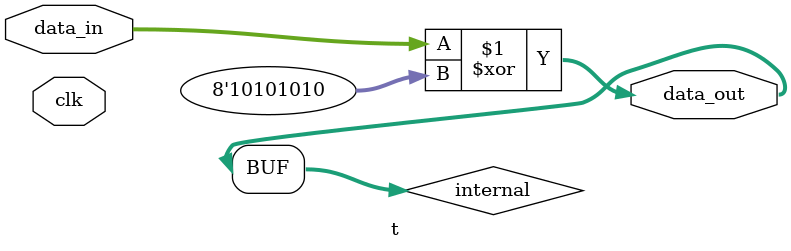
<source format=sv>
module t (
    input logic clk,
    input logic [7:0] data_in,
    output logic [7:0] data_out
);
    logic [7:0] internal;

    assign internal = data_in ^ 8'hAA;
    assign data_out = internal;

endmodule

</source>
